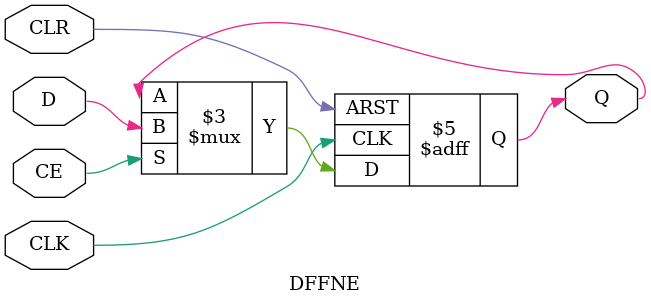
<source format=v>
module DFF_with_CLR_E(input D, C, E, CLR, output Q);
    wire CLR_bar;
    assign CLR_bar = ~CLR;
    DFFNE _TECHMAP_REPLACE_ (.D(D), .Q(Q), .CLK(C), .CE(~E), .CLR(CLR_bar));
endmodule

module DFFNE(D, Q, CLK, CE, CLR);
    input D, CLK, CE, CLR;
    output reg Q;

    always @(posedge CLK or negedge CLR)
    begin
        if (~CLR)
            Q <= 1'b0;
        else if (CE)
            Q <= D;
    end
endmodule
</source>
